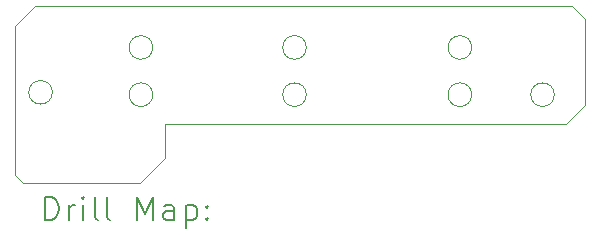
<source format=gbr>
%TF.GenerationSoftware,KiCad,Pcbnew,8.0.3-1.fc40*%
%TF.CreationDate,2024-07-04T21:42:42-04:00*%
%TF.ProjectId,sensor_v3,73656e73-6f72-45f7-9633-2e6b69636164,rev?*%
%TF.SameCoordinates,Original*%
%TF.FileFunction,Drillmap*%
%TF.FilePolarity,Positive*%
%FSLAX45Y45*%
G04 Gerber Fmt 4.5, Leading zero omitted, Abs format (unit mm)*
G04 Created by KiCad (PCBNEW 8.0.3-1.fc40) date 2024-07-04 21:42:42*
%MOMM*%
%LPD*%
G01*
G04 APERTURE LIST*
%ADD10C,0.050000*%
%ADD11C,0.200000*%
G04 APERTURE END LIST*
D10*
X6500000Y-2650000D02*
G75*
G02*
X6300000Y-2650000I-100000J0D01*
G01*
X6300000Y-2650000D02*
G75*
G02*
X6500000Y-2650000I100000J0D01*
G01*
X6760000Y-2010000D02*
X6760000Y-2740000D01*
X6600000Y-2900000D01*
X3200000Y-2900000D01*
X3200000Y-3190000D01*
X2990000Y-3400000D01*
X2000000Y-3400000D01*
X1930000Y-3330000D01*
X1930000Y-2070000D01*
X2100000Y-1900000D01*
X6650000Y-1900000D01*
X6760000Y-2010000D01*
X4400000Y-2650000D02*
G75*
G02*
X4200000Y-2650000I-100000J0D01*
G01*
X4200000Y-2650000D02*
G75*
G02*
X4400000Y-2650000I100000J0D01*
G01*
X5800000Y-2650000D02*
G75*
G02*
X5600000Y-2650000I-100000J0D01*
G01*
X5600000Y-2650000D02*
G75*
G02*
X5800000Y-2650000I100000J0D01*
G01*
X3100000Y-2650000D02*
G75*
G02*
X2900000Y-2650000I-100000J0D01*
G01*
X2900000Y-2650000D02*
G75*
G02*
X3100000Y-2650000I100000J0D01*
G01*
X5800000Y-2250000D02*
G75*
G02*
X5600000Y-2250000I-100000J0D01*
G01*
X5600000Y-2250000D02*
G75*
G02*
X5800000Y-2250000I100000J0D01*
G01*
X4400000Y-2250000D02*
G75*
G02*
X4200000Y-2250000I-100000J0D01*
G01*
X4200000Y-2250000D02*
G75*
G02*
X4400000Y-2250000I100000J0D01*
G01*
X3100000Y-2250000D02*
G75*
G02*
X2900000Y-2250000I-100000J0D01*
G01*
X2900000Y-2250000D02*
G75*
G02*
X3100000Y-2250000I100000J0D01*
G01*
X2250000Y-2630000D02*
G75*
G02*
X2050000Y-2630000I-100000J0D01*
G01*
X2050000Y-2630000D02*
G75*
G02*
X2250000Y-2630000I100000J0D01*
G01*
D11*
X2188277Y-3713984D02*
X2188277Y-3513984D01*
X2188277Y-3513984D02*
X2235896Y-3513984D01*
X2235896Y-3513984D02*
X2264467Y-3523508D01*
X2264467Y-3523508D02*
X2283515Y-3542555D01*
X2283515Y-3542555D02*
X2293039Y-3561603D01*
X2293039Y-3561603D02*
X2302563Y-3599698D01*
X2302563Y-3599698D02*
X2302563Y-3628269D01*
X2302563Y-3628269D02*
X2293039Y-3666365D01*
X2293039Y-3666365D02*
X2283515Y-3685412D01*
X2283515Y-3685412D02*
X2264467Y-3704460D01*
X2264467Y-3704460D02*
X2235896Y-3713984D01*
X2235896Y-3713984D02*
X2188277Y-3713984D01*
X2388277Y-3713984D02*
X2388277Y-3580650D01*
X2388277Y-3618746D02*
X2397801Y-3599698D01*
X2397801Y-3599698D02*
X2407324Y-3590174D01*
X2407324Y-3590174D02*
X2426372Y-3580650D01*
X2426372Y-3580650D02*
X2445420Y-3580650D01*
X2512086Y-3713984D02*
X2512086Y-3580650D01*
X2512086Y-3513984D02*
X2502563Y-3523508D01*
X2502563Y-3523508D02*
X2512086Y-3533031D01*
X2512086Y-3533031D02*
X2521610Y-3523508D01*
X2521610Y-3523508D02*
X2512086Y-3513984D01*
X2512086Y-3513984D02*
X2512086Y-3533031D01*
X2635896Y-3713984D02*
X2616848Y-3704460D01*
X2616848Y-3704460D02*
X2607324Y-3685412D01*
X2607324Y-3685412D02*
X2607324Y-3513984D01*
X2740658Y-3713984D02*
X2721610Y-3704460D01*
X2721610Y-3704460D02*
X2712086Y-3685412D01*
X2712086Y-3685412D02*
X2712086Y-3513984D01*
X2969229Y-3713984D02*
X2969229Y-3513984D01*
X2969229Y-3513984D02*
X3035896Y-3656841D01*
X3035896Y-3656841D02*
X3102562Y-3513984D01*
X3102562Y-3513984D02*
X3102562Y-3713984D01*
X3283515Y-3713984D02*
X3283515Y-3609222D01*
X3283515Y-3609222D02*
X3273991Y-3590174D01*
X3273991Y-3590174D02*
X3254943Y-3580650D01*
X3254943Y-3580650D02*
X3216848Y-3580650D01*
X3216848Y-3580650D02*
X3197801Y-3590174D01*
X3283515Y-3704460D02*
X3264467Y-3713984D01*
X3264467Y-3713984D02*
X3216848Y-3713984D01*
X3216848Y-3713984D02*
X3197801Y-3704460D01*
X3197801Y-3704460D02*
X3188277Y-3685412D01*
X3188277Y-3685412D02*
X3188277Y-3666365D01*
X3188277Y-3666365D02*
X3197801Y-3647317D01*
X3197801Y-3647317D02*
X3216848Y-3637793D01*
X3216848Y-3637793D02*
X3264467Y-3637793D01*
X3264467Y-3637793D02*
X3283515Y-3628269D01*
X3378753Y-3580650D02*
X3378753Y-3780650D01*
X3378753Y-3590174D02*
X3397801Y-3580650D01*
X3397801Y-3580650D02*
X3435896Y-3580650D01*
X3435896Y-3580650D02*
X3454943Y-3590174D01*
X3454943Y-3590174D02*
X3464467Y-3599698D01*
X3464467Y-3599698D02*
X3473991Y-3618746D01*
X3473991Y-3618746D02*
X3473991Y-3675888D01*
X3473991Y-3675888D02*
X3464467Y-3694936D01*
X3464467Y-3694936D02*
X3454943Y-3704460D01*
X3454943Y-3704460D02*
X3435896Y-3713984D01*
X3435896Y-3713984D02*
X3397801Y-3713984D01*
X3397801Y-3713984D02*
X3378753Y-3704460D01*
X3559705Y-3694936D02*
X3569229Y-3704460D01*
X3569229Y-3704460D02*
X3559705Y-3713984D01*
X3559705Y-3713984D02*
X3550182Y-3704460D01*
X3550182Y-3704460D02*
X3559705Y-3694936D01*
X3559705Y-3694936D02*
X3559705Y-3713984D01*
X3559705Y-3590174D02*
X3569229Y-3599698D01*
X3569229Y-3599698D02*
X3559705Y-3609222D01*
X3559705Y-3609222D02*
X3550182Y-3599698D01*
X3550182Y-3599698D02*
X3559705Y-3590174D01*
X3559705Y-3590174D02*
X3559705Y-3609222D01*
M02*

</source>
